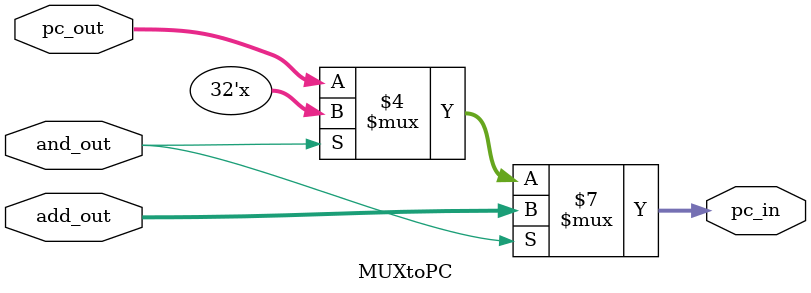
<source format=v>
`timescale 1ns / 1ps

module MUXtoPC(pc_out, add_out, and_out, pc_in);
  input [31:0] pc_out;
  input [31:0] add_out;
  input and_out;
  output reg [31:0] pc_in;
  
  always @(and_out,pc_out,add_out)
    begin
      if(and_out == 1)
        pc_in <= add_out;
      else if(and_out == 0)
        pc_in <= pc_out;
    end
endmodule

</source>
